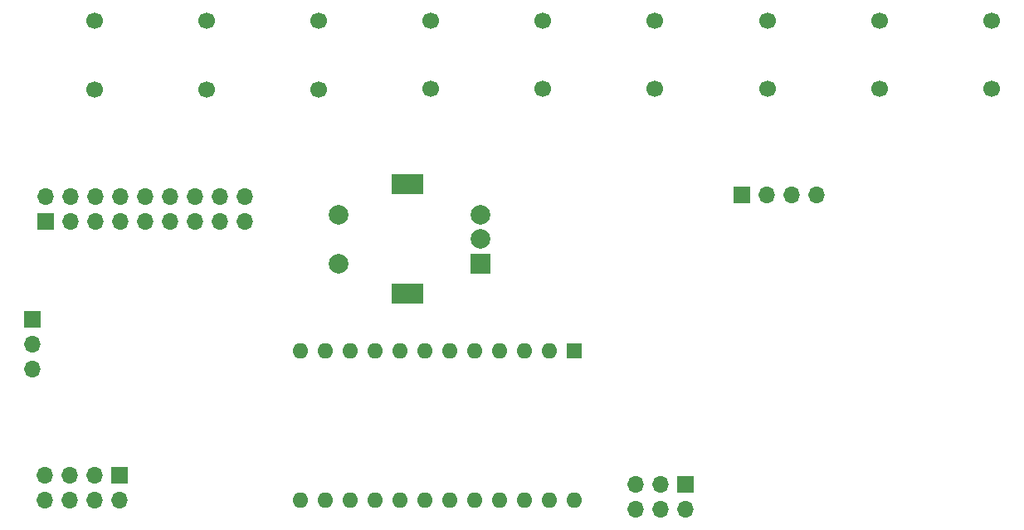
<source format=gbr>
%TF.GenerationSoftware,KiCad,Pcbnew,7.0.8*%
%TF.CreationDate,2024-02-05T12:52:59+01:00*%
%TF.ProjectId,MidiClockBox_v3,4d696469-436c-46f6-936b-426f785f7633,rev?*%
%TF.SameCoordinates,Original*%
%TF.FileFunction,Soldermask,Bot*%
%TF.FilePolarity,Negative*%
%FSLAX46Y46*%
G04 Gerber Fmt 4.6, Leading zero omitted, Abs format (unit mm)*
G04 Created by KiCad (PCBNEW 7.0.8) date 2024-02-05 12:52:59*
%MOMM*%
%LPD*%
G01*
G04 APERTURE LIST*
%ADD10C,1.700000*%
%ADD11R,2.000000X2.000000*%
%ADD12C,2.000000*%
%ADD13R,3.200000X2.000000*%
%ADD14R,1.700000X1.700000*%
%ADD15O,1.700000X1.700000*%
%ADD16R,1.600000X1.600000*%
%ADD17O,1.600000X1.600000*%
G04 APERTURE END LIST*
D10*
%TO.C,J1*%
X158767000Y-50120000D03*
X158767000Y-57120000D03*
%TD*%
%TO.C,J6*%
X124460000Y-50120000D03*
X124460000Y-57120000D03*
%TD*%
D11*
%TO.C,SW1*%
X106680000Y-74930000D03*
D12*
X106680000Y-69930000D03*
X106680000Y-72430000D03*
D13*
X99180000Y-78030000D03*
X99180000Y-66830000D03*
D12*
X92180000Y-69930000D03*
X92180000Y-74930000D03*
%TD*%
D14*
%TO.C,J4*%
X69850000Y-96520000D03*
D15*
X69850000Y-99060000D03*
X67310000Y-96520000D03*
X67310000Y-99060000D03*
X64770000Y-96520000D03*
X64770000Y-99060000D03*
X62230000Y-96520000D03*
X62230000Y-99060000D03*
%TD*%
D14*
%TO.C,J3*%
X62240000Y-70617000D03*
D15*
X62240000Y-68077000D03*
X64780000Y-70617000D03*
X64780000Y-68077000D03*
X67320000Y-70617000D03*
X67320000Y-68077000D03*
X69860000Y-70617000D03*
X69860000Y-68077000D03*
X72400000Y-70617000D03*
X72400000Y-68077000D03*
X74940000Y-70617000D03*
X74940000Y-68077000D03*
X77480000Y-70617000D03*
X77480000Y-68077000D03*
X80020000Y-70617000D03*
X80020000Y-68077000D03*
X82560000Y-70617000D03*
X82560000Y-68077000D03*
%TD*%
D14*
%TO.C,J2*%
X127540000Y-97460000D03*
D15*
X127540000Y-100000000D03*
X125000000Y-97460000D03*
X125000000Y-100000000D03*
X122460000Y-97460000D03*
X122460000Y-100000000D03*
%TD*%
D10*
%TO.C,J15*%
X147337000Y-50120000D03*
X147337000Y-57120000D03*
%TD*%
%TO.C,J14*%
X135907000Y-50120000D03*
X135907000Y-57120000D03*
%TD*%
%TO.C,J12*%
X67310000Y-50150000D03*
X67310000Y-57150000D03*
%TD*%
D14*
%TO.C,J9*%
X60960000Y-80645000D03*
D15*
X60960000Y-83185000D03*
X60960000Y-85725000D03*
%TD*%
D16*
%TO.C,J5*%
X116210000Y-83815000D03*
D17*
X113670000Y-83815000D03*
X111130000Y-83815000D03*
X108590000Y-83815000D03*
X106050000Y-83815000D03*
X103510000Y-83815000D03*
X100970000Y-83815000D03*
X98430000Y-83815000D03*
X95890000Y-83815000D03*
X93350000Y-83815000D03*
X90810000Y-83815000D03*
X88270000Y-83815000D03*
X88270000Y-99055000D03*
X90810000Y-99055000D03*
X93350000Y-99055000D03*
X95890000Y-99055000D03*
X98430000Y-99055000D03*
X100970000Y-99055000D03*
X103510000Y-99055000D03*
X106050000Y-99055000D03*
X108590000Y-99055000D03*
X111130000Y-99055000D03*
X113670000Y-99055000D03*
X116210000Y-99055000D03*
%TD*%
D10*
%TO.C,J8*%
X101600000Y-50120000D03*
X101600000Y-57120000D03*
%TD*%
%TO.C,J7*%
X113030000Y-50120000D03*
X113030000Y-57120000D03*
%TD*%
%TO.C,J11*%
X90170000Y-50150000D03*
X90170000Y-57150000D03*
%TD*%
D14*
%TO.C,J10*%
X133350000Y-67945000D03*
D15*
X135890000Y-67945000D03*
X138430000Y-67945000D03*
X140970000Y-67945000D03*
%TD*%
D10*
%TO.C,J13*%
X78740000Y-50150000D03*
X78740000Y-57150000D03*
%TD*%
M02*

</source>
